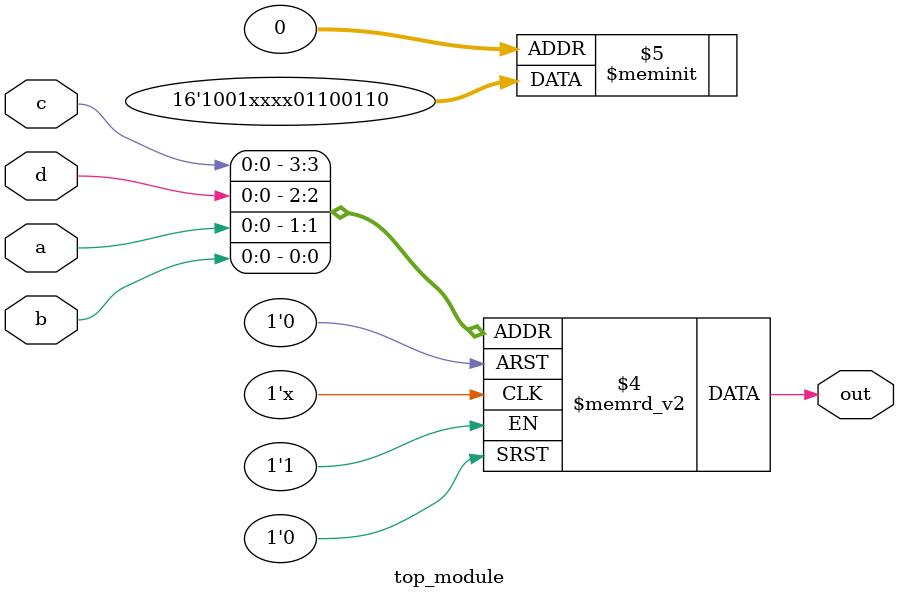
<source format=sv>
module top_module (
    input a, 
    input b,
    input c,
    input d,
    output reg out
);

always @(*) begin
    case ({c, d, a, b})
        4'b0000: out = 1'b0;
        4'b0001: out = 1'b1;
        4'b0011: out = 1'b0;
        4'b0010: out = 1'b1;
        4'b0110: out = 1'b1;
        4'b0111: out = 1'b0;
        4'b0101: out = 1'b1;
        4'b0100: out = 1'b0;
        4'b1100: out = 1'b1;
        4'b1101: out = 1'b0;
        4'b1111: out = 1'b1;
        4'b1110: out = 1'b0;
    endcase
end

endmodule

</source>
